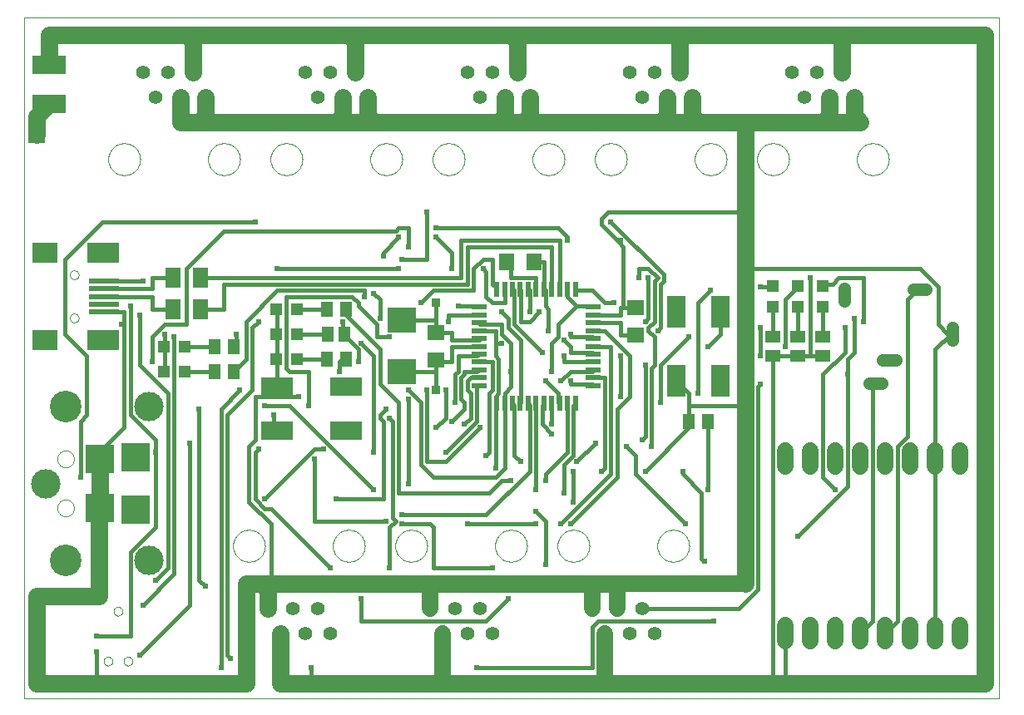
<source format=gtl>
G75*
%MOIN*%
%OFA0B0*%
%FSLAX24Y24*%
%IPPOS*%
%LPD*%
%AMOC8*
5,1,8,0,0,1.08239X$1,22.5*
%
%ADD10C,0.0000*%
%ADD11C,0.0554*%
%ADD12C,0.1181*%
%ADD13C,0.1266*%
%ADD14R,0.1181X0.1181*%
%ADD15R,0.0472X0.0472*%
%ADD16R,0.0512X0.0591*%
%ADD17R,0.1339X0.0748*%
%ADD18R,0.0709X0.0630*%
%ADD19R,0.0197X0.0591*%
%ADD20R,0.0591X0.0197*%
%ADD21R,0.1250X0.0750*%
%ADD22R,0.0710X0.0630*%
%ADD23R,0.0512X0.0630*%
%ADD24R,0.0630X0.0709*%
%ADD25R,0.1181X0.0984*%
%ADD26R,0.0984X0.0787*%
%ADD27R,0.1299X0.0787*%
%ADD28R,0.1220X0.0197*%
%ADD29R,0.0630X0.0787*%
%ADD30R,0.0591X0.0512*%
%ADD31R,0.0750X0.1250*%
%ADD32C,0.0650*%
%ADD33C,0.0515*%
%ADD34C,0.0700*%
%ADD35C,0.0660*%
%ADD36C,0.0180*%
%ADD37C,0.0240*%
%ADD38C,0.0160*%
%ADD39R,0.0356X0.0356*%
%ADD40R,0.0650X0.0650*%
D10*
X012596Y000100D02*
X012596Y027396D01*
X051666Y027396D01*
X051666Y000100D01*
X012596Y000100D01*
X015771Y001575D02*
X015773Y001601D01*
X015779Y001627D01*
X015788Y001651D01*
X015801Y001674D01*
X015818Y001694D01*
X015837Y001712D01*
X015859Y001727D01*
X015882Y001738D01*
X015907Y001746D01*
X015933Y001750D01*
X015959Y001750D01*
X015985Y001746D01*
X016010Y001738D01*
X016034Y001727D01*
X016055Y001712D01*
X016074Y001694D01*
X016091Y001674D01*
X016104Y001651D01*
X016113Y001627D01*
X016119Y001601D01*
X016121Y001575D01*
X016119Y001549D01*
X016113Y001523D01*
X016104Y001499D01*
X016091Y001476D01*
X016074Y001456D01*
X016055Y001438D01*
X016033Y001423D01*
X016010Y001412D01*
X015985Y001404D01*
X015959Y001400D01*
X015933Y001400D01*
X015907Y001404D01*
X015882Y001412D01*
X015858Y001423D01*
X015837Y001438D01*
X015818Y001456D01*
X015801Y001476D01*
X015788Y001499D01*
X015779Y001523D01*
X015773Y001549D01*
X015771Y001575D01*
X016571Y001575D02*
X016573Y001601D01*
X016579Y001627D01*
X016588Y001651D01*
X016601Y001674D01*
X016618Y001694D01*
X016637Y001712D01*
X016659Y001727D01*
X016682Y001738D01*
X016707Y001746D01*
X016733Y001750D01*
X016759Y001750D01*
X016785Y001746D01*
X016810Y001738D01*
X016834Y001727D01*
X016855Y001712D01*
X016874Y001694D01*
X016891Y001674D01*
X016904Y001651D01*
X016913Y001627D01*
X016919Y001601D01*
X016921Y001575D01*
X016919Y001549D01*
X016913Y001523D01*
X016904Y001499D01*
X016891Y001476D01*
X016874Y001456D01*
X016855Y001438D01*
X016833Y001423D01*
X016810Y001412D01*
X016785Y001404D01*
X016759Y001400D01*
X016733Y001400D01*
X016707Y001404D01*
X016682Y001412D01*
X016658Y001423D01*
X016637Y001438D01*
X016618Y001456D01*
X016601Y001476D01*
X016588Y001499D01*
X016579Y001523D01*
X016573Y001549D01*
X016571Y001575D01*
X016171Y003575D02*
X016173Y003601D01*
X016179Y003627D01*
X016188Y003651D01*
X016201Y003674D01*
X016218Y003694D01*
X016237Y003712D01*
X016259Y003727D01*
X016282Y003738D01*
X016307Y003746D01*
X016333Y003750D01*
X016359Y003750D01*
X016385Y003746D01*
X016410Y003738D01*
X016434Y003727D01*
X016455Y003712D01*
X016474Y003694D01*
X016491Y003674D01*
X016504Y003651D01*
X016513Y003627D01*
X016519Y003601D01*
X016521Y003575D01*
X016519Y003549D01*
X016513Y003523D01*
X016504Y003499D01*
X016491Y003476D01*
X016474Y003456D01*
X016455Y003438D01*
X016433Y003423D01*
X016410Y003412D01*
X016385Y003404D01*
X016359Y003400D01*
X016333Y003400D01*
X016307Y003404D01*
X016282Y003412D01*
X016258Y003423D01*
X016237Y003438D01*
X016218Y003456D01*
X016201Y003476D01*
X016188Y003499D01*
X016179Y003523D01*
X016173Y003549D01*
X016171Y003575D01*
X020956Y006200D02*
X020958Y006250D01*
X020964Y006300D01*
X020974Y006349D01*
X020987Y006398D01*
X021005Y006445D01*
X021026Y006491D01*
X021050Y006534D01*
X021078Y006576D01*
X021109Y006616D01*
X021143Y006653D01*
X021180Y006687D01*
X021220Y006718D01*
X021262Y006746D01*
X021305Y006770D01*
X021351Y006791D01*
X021398Y006809D01*
X021447Y006822D01*
X021496Y006832D01*
X021546Y006838D01*
X021596Y006840D01*
X021646Y006838D01*
X021696Y006832D01*
X021745Y006822D01*
X021794Y006809D01*
X021841Y006791D01*
X021887Y006770D01*
X021930Y006746D01*
X021972Y006718D01*
X022012Y006687D01*
X022049Y006653D01*
X022083Y006616D01*
X022114Y006576D01*
X022142Y006534D01*
X022166Y006491D01*
X022187Y006445D01*
X022205Y006398D01*
X022218Y006349D01*
X022228Y006300D01*
X022234Y006250D01*
X022236Y006200D01*
X022234Y006150D01*
X022228Y006100D01*
X022218Y006051D01*
X022205Y006002D01*
X022187Y005955D01*
X022166Y005909D01*
X022142Y005866D01*
X022114Y005824D01*
X022083Y005784D01*
X022049Y005747D01*
X022012Y005713D01*
X021972Y005682D01*
X021930Y005654D01*
X021887Y005630D01*
X021841Y005609D01*
X021794Y005591D01*
X021745Y005578D01*
X021696Y005568D01*
X021646Y005562D01*
X021596Y005560D01*
X021546Y005562D01*
X021496Y005568D01*
X021447Y005578D01*
X021398Y005591D01*
X021351Y005609D01*
X021305Y005630D01*
X021262Y005654D01*
X021220Y005682D01*
X021180Y005713D01*
X021143Y005747D01*
X021109Y005784D01*
X021078Y005824D01*
X021050Y005866D01*
X021026Y005909D01*
X021005Y005955D01*
X020987Y006002D01*
X020974Y006051D01*
X020964Y006100D01*
X020958Y006150D01*
X020956Y006200D01*
X024956Y006200D02*
X024958Y006250D01*
X024964Y006300D01*
X024974Y006349D01*
X024987Y006398D01*
X025005Y006445D01*
X025026Y006491D01*
X025050Y006534D01*
X025078Y006576D01*
X025109Y006616D01*
X025143Y006653D01*
X025180Y006687D01*
X025220Y006718D01*
X025262Y006746D01*
X025305Y006770D01*
X025351Y006791D01*
X025398Y006809D01*
X025447Y006822D01*
X025496Y006832D01*
X025546Y006838D01*
X025596Y006840D01*
X025646Y006838D01*
X025696Y006832D01*
X025745Y006822D01*
X025794Y006809D01*
X025841Y006791D01*
X025887Y006770D01*
X025930Y006746D01*
X025972Y006718D01*
X026012Y006687D01*
X026049Y006653D01*
X026083Y006616D01*
X026114Y006576D01*
X026142Y006534D01*
X026166Y006491D01*
X026187Y006445D01*
X026205Y006398D01*
X026218Y006349D01*
X026228Y006300D01*
X026234Y006250D01*
X026236Y006200D01*
X026234Y006150D01*
X026228Y006100D01*
X026218Y006051D01*
X026205Y006002D01*
X026187Y005955D01*
X026166Y005909D01*
X026142Y005866D01*
X026114Y005824D01*
X026083Y005784D01*
X026049Y005747D01*
X026012Y005713D01*
X025972Y005682D01*
X025930Y005654D01*
X025887Y005630D01*
X025841Y005609D01*
X025794Y005591D01*
X025745Y005578D01*
X025696Y005568D01*
X025646Y005562D01*
X025596Y005560D01*
X025546Y005562D01*
X025496Y005568D01*
X025447Y005578D01*
X025398Y005591D01*
X025351Y005609D01*
X025305Y005630D01*
X025262Y005654D01*
X025220Y005682D01*
X025180Y005713D01*
X025143Y005747D01*
X025109Y005784D01*
X025078Y005824D01*
X025050Y005866D01*
X025026Y005909D01*
X025005Y005955D01*
X024987Y006002D01*
X024974Y006051D01*
X024964Y006100D01*
X024958Y006150D01*
X024956Y006200D01*
X027456Y006200D02*
X027458Y006250D01*
X027464Y006300D01*
X027474Y006349D01*
X027487Y006398D01*
X027505Y006445D01*
X027526Y006491D01*
X027550Y006534D01*
X027578Y006576D01*
X027609Y006616D01*
X027643Y006653D01*
X027680Y006687D01*
X027720Y006718D01*
X027762Y006746D01*
X027805Y006770D01*
X027851Y006791D01*
X027898Y006809D01*
X027947Y006822D01*
X027996Y006832D01*
X028046Y006838D01*
X028096Y006840D01*
X028146Y006838D01*
X028196Y006832D01*
X028245Y006822D01*
X028294Y006809D01*
X028341Y006791D01*
X028387Y006770D01*
X028430Y006746D01*
X028472Y006718D01*
X028512Y006687D01*
X028549Y006653D01*
X028583Y006616D01*
X028614Y006576D01*
X028642Y006534D01*
X028666Y006491D01*
X028687Y006445D01*
X028705Y006398D01*
X028718Y006349D01*
X028728Y006300D01*
X028734Y006250D01*
X028736Y006200D01*
X028734Y006150D01*
X028728Y006100D01*
X028718Y006051D01*
X028705Y006002D01*
X028687Y005955D01*
X028666Y005909D01*
X028642Y005866D01*
X028614Y005824D01*
X028583Y005784D01*
X028549Y005747D01*
X028512Y005713D01*
X028472Y005682D01*
X028430Y005654D01*
X028387Y005630D01*
X028341Y005609D01*
X028294Y005591D01*
X028245Y005578D01*
X028196Y005568D01*
X028146Y005562D01*
X028096Y005560D01*
X028046Y005562D01*
X027996Y005568D01*
X027947Y005578D01*
X027898Y005591D01*
X027851Y005609D01*
X027805Y005630D01*
X027762Y005654D01*
X027720Y005682D01*
X027680Y005713D01*
X027643Y005747D01*
X027609Y005784D01*
X027578Y005824D01*
X027550Y005866D01*
X027526Y005909D01*
X027505Y005955D01*
X027487Y006002D01*
X027474Y006051D01*
X027464Y006100D01*
X027458Y006150D01*
X027456Y006200D01*
X031456Y006200D02*
X031458Y006250D01*
X031464Y006300D01*
X031474Y006349D01*
X031487Y006398D01*
X031505Y006445D01*
X031526Y006491D01*
X031550Y006534D01*
X031578Y006576D01*
X031609Y006616D01*
X031643Y006653D01*
X031680Y006687D01*
X031720Y006718D01*
X031762Y006746D01*
X031805Y006770D01*
X031851Y006791D01*
X031898Y006809D01*
X031947Y006822D01*
X031996Y006832D01*
X032046Y006838D01*
X032096Y006840D01*
X032146Y006838D01*
X032196Y006832D01*
X032245Y006822D01*
X032294Y006809D01*
X032341Y006791D01*
X032387Y006770D01*
X032430Y006746D01*
X032472Y006718D01*
X032512Y006687D01*
X032549Y006653D01*
X032583Y006616D01*
X032614Y006576D01*
X032642Y006534D01*
X032666Y006491D01*
X032687Y006445D01*
X032705Y006398D01*
X032718Y006349D01*
X032728Y006300D01*
X032734Y006250D01*
X032736Y006200D01*
X032734Y006150D01*
X032728Y006100D01*
X032718Y006051D01*
X032705Y006002D01*
X032687Y005955D01*
X032666Y005909D01*
X032642Y005866D01*
X032614Y005824D01*
X032583Y005784D01*
X032549Y005747D01*
X032512Y005713D01*
X032472Y005682D01*
X032430Y005654D01*
X032387Y005630D01*
X032341Y005609D01*
X032294Y005591D01*
X032245Y005578D01*
X032196Y005568D01*
X032146Y005562D01*
X032096Y005560D01*
X032046Y005562D01*
X031996Y005568D01*
X031947Y005578D01*
X031898Y005591D01*
X031851Y005609D01*
X031805Y005630D01*
X031762Y005654D01*
X031720Y005682D01*
X031680Y005713D01*
X031643Y005747D01*
X031609Y005784D01*
X031578Y005824D01*
X031550Y005866D01*
X031526Y005909D01*
X031505Y005955D01*
X031487Y006002D01*
X031474Y006051D01*
X031464Y006100D01*
X031458Y006150D01*
X031456Y006200D01*
X033956Y006200D02*
X033958Y006250D01*
X033964Y006300D01*
X033974Y006349D01*
X033987Y006398D01*
X034005Y006445D01*
X034026Y006491D01*
X034050Y006534D01*
X034078Y006576D01*
X034109Y006616D01*
X034143Y006653D01*
X034180Y006687D01*
X034220Y006718D01*
X034262Y006746D01*
X034305Y006770D01*
X034351Y006791D01*
X034398Y006809D01*
X034447Y006822D01*
X034496Y006832D01*
X034546Y006838D01*
X034596Y006840D01*
X034646Y006838D01*
X034696Y006832D01*
X034745Y006822D01*
X034794Y006809D01*
X034841Y006791D01*
X034887Y006770D01*
X034930Y006746D01*
X034972Y006718D01*
X035012Y006687D01*
X035049Y006653D01*
X035083Y006616D01*
X035114Y006576D01*
X035142Y006534D01*
X035166Y006491D01*
X035187Y006445D01*
X035205Y006398D01*
X035218Y006349D01*
X035228Y006300D01*
X035234Y006250D01*
X035236Y006200D01*
X035234Y006150D01*
X035228Y006100D01*
X035218Y006051D01*
X035205Y006002D01*
X035187Y005955D01*
X035166Y005909D01*
X035142Y005866D01*
X035114Y005824D01*
X035083Y005784D01*
X035049Y005747D01*
X035012Y005713D01*
X034972Y005682D01*
X034930Y005654D01*
X034887Y005630D01*
X034841Y005609D01*
X034794Y005591D01*
X034745Y005578D01*
X034696Y005568D01*
X034646Y005562D01*
X034596Y005560D01*
X034546Y005562D01*
X034496Y005568D01*
X034447Y005578D01*
X034398Y005591D01*
X034351Y005609D01*
X034305Y005630D01*
X034262Y005654D01*
X034220Y005682D01*
X034180Y005713D01*
X034143Y005747D01*
X034109Y005784D01*
X034078Y005824D01*
X034050Y005866D01*
X034026Y005909D01*
X034005Y005955D01*
X033987Y006002D01*
X033974Y006051D01*
X033964Y006100D01*
X033958Y006150D01*
X033956Y006200D01*
X037956Y006200D02*
X037958Y006250D01*
X037964Y006300D01*
X037974Y006349D01*
X037987Y006398D01*
X038005Y006445D01*
X038026Y006491D01*
X038050Y006534D01*
X038078Y006576D01*
X038109Y006616D01*
X038143Y006653D01*
X038180Y006687D01*
X038220Y006718D01*
X038262Y006746D01*
X038305Y006770D01*
X038351Y006791D01*
X038398Y006809D01*
X038447Y006822D01*
X038496Y006832D01*
X038546Y006838D01*
X038596Y006840D01*
X038646Y006838D01*
X038696Y006832D01*
X038745Y006822D01*
X038794Y006809D01*
X038841Y006791D01*
X038887Y006770D01*
X038930Y006746D01*
X038972Y006718D01*
X039012Y006687D01*
X039049Y006653D01*
X039083Y006616D01*
X039114Y006576D01*
X039142Y006534D01*
X039166Y006491D01*
X039187Y006445D01*
X039205Y006398D01*
X039218Y006349D01*
X039228Y006300D01*
X039234Y006250D01*
X039236Y006200D01*
X039234Y006150D01*
X039228Y006100D01*
X039218Y006051D01*
X039205Y006002D01*
X039187Y005955D01*
X039166Y005909D01*
X039142Y005866D01*
X039114Y005824D01*
X039083Y005784D01*
X039049Y005747D01*
X039012Y005713D01*
X038972Y005682D01*
X038930Y005654D01*
X038887Y005630D01*
X038841Y005609D01*
X038794Y005591D01*
X038745Y005578D01*
X038696Y005568D01*
X038646Y005562D01*
X038596Y005560D01*
X038546Y005562D01*
X038496Y005568D01*
X038447Y005578D01*
X038398Y005591D01*
X038351Y005609D01*
X038305Y005630D01*
X038262Y005654D01*
X038220Y005682D01*
X038180Y005713D01*
X038143Y005747D01*
X038109Y005784D01*
X038078Y005824D01*
X038050Y005866D01*
X038026Y005909D01*
X038005Y005955D01*
X037987Y006002D01*
X037974Y006051D01*
X037964Y006100D01*
X037958Y006150D01*
X037956Y006200D01*
X014419Y015334D02*
X014421Y015360D01*
X014427Y015386D01*
X014437Y015411D01*
X014450Y015434D01*
X014466Y015454D01*
X014486Y015472D01*
X014508Y015487D01*
X014531Y015499D01*
X014557Y015507D01*
X014583Y015511D01*
X014609Y015511D01*
X014635Y015507D01*
X014661Y015499D01*
X014685Y015487D01*
X014706Y015472D01*
X014726Y015454D01*
X014742Y015434D01*
X014755Y015411D01*
X014765Y015386D01*
X014771Y015360D01*
X014773Y015334D01*
X014771Y015308D01*
X014765Y015282D01*
X014755Y015257D01*
X014742Y015234D01*
X014726Y015214D01*
X014706Y015196D01*
X014684Y015181D01*
X014661Y015169D01*
X014635Y015161D01*
X014609Y015157D01*
X014583Y015157D01*
X014557Y015161D01*
X014531Y015169D01*
X014507Y015181D01*
X014486Y015196D01*
X014466Y015214D01*
X014450Y015234D01*
X014437Y015257D01*
X014427Y015282D01*
X014421Y015308D01*
X014419Y015334D01*
X014419Y017066D02*
X014421Y017092D01*
X014427Y017118D01*
X014437Y017143D01*
X014450Y017166D01*
X014466Y017186D01*
X014486Y017204D01*
X014508Y017219D01*
X014531Y017231D01*
X014557Y017239D01*
X014583Y017243D01*
X014609Y017243D01*
X014635Y017239D01*
X014661Y017231D01*
X014685Y017219D01*
X014706Y017204D01*
X014726Y017186D01*
X014742Y017166D01*
X014755Y017143D01*
X014765Y017118D01*
X014771Y017092D01*
X014773Y017066D01*
X014771Y017040D01*
X014765Y017014D01*
X014755Y016989D01*
X014742Y016966D01*
X014726Y016946D01*
X014706Y016928D01*
X014684Y016913D01*
X014661Y016901D01*
X014635Y016893D01*
X014609Y016889D01*
X014583Y016889D01*
X014557Y016893D01*
X014531Y016901D01*
X014507Y016913D01*
X014486Y016928D01*
X014466Y016946D01*
X014450Y016966D01*
X014437Y016989D01*
X014427Y017014D01*
X014421Y017040D01*
X014419Y017066D01*
X015956Y021700D02*
X015958Y021750D01*
X015964Y021800D01*
X015974Y021849D01*
X015987Y021898D01*
X016005Y021945D01*
X016026Y021991D01*
X016050Y022034D01*
X016078Y022076D01*
X016109Y022116D01*
X016143Y022153D01*
X016180Y022187D01*
X016220Y022218D01*
X016262Y022246D01*
X016305Y022270D01*
X016351Y022291D01*
X016398Y022309D01*
X016447Y022322D01*
X016496Y022332D01*
X016546Y022338D01*
X016596Y022340D01*
X016646Y022338D01*
X016696Y022332D01*
X016745Y022322D01*
X016794Y022309D01*
X016841Y022291D01*
X016887Y022270D01*
X016930Y022246D01*
X016972Y022218D01*
X017012Y022187D01*
X017049Y022153D01*
X017083Y022116D01*
X017114Y022076D01*
X017142Y022034D01*
X017166Y021991D01*
X017187Y021945D01*
X017205Y021898D01*
X017218Y021849D01*
X017228Y021800D01*
X017234Y021750D01*
X017236Y021700D01*
X017234Y021650D01*
X017228Y021600D01*
X017218Y021551D01*
X017205Y021502D01*
X017187Y021455D01*
X017166Y021409D01*
X017142Y021366D01*
X017114Y021324D01*
X017083Y021284D01*
X017049Y021247D01*
X017012Y021213D01*
X016972Y021182D01*
X016930Y021154D01*
X016887Y021130D01*
X016841Y021109D01*
X016794Y021091D01*
X016745Y021078D01*
X016696Y021068D01*
X016646Y021062D01*
X016596Y021060D01*
X016546Y021062D01*
X016496Y021068D01*
X016447Y021078D01*
X016398Y021091D01*
X016351Y021109D01*
X016305Y021130D01*
X016262Y021154D01*
X016220Y021182D01*
X016180Y021213D01*
X016143Y021247D01*
X016109Y021284D01*
X016078Y021324D01*
X016050Y021366D01*
X016026Y021409D01*
X016005Y021455D01*
X015987Y021502D01*
X015974Y021551D01*
X015964Y021600D01*
X015958Y021650D01*
X015956Y021700D01*
X019956Y021700D02*
X019958Y021750D01*
X019964Y021800D01*
X019974Y021849D01*
X019987Y021898D01*
X020005Y021945D01*
X020026Y021991D01*
X020050Y022034D01*
X020078Y022076D01*
X020109Y022116D01*
X020143Y022153D01*
X020180Y022187D01*
X020220Y022218D01*
X020262Y022246D01*
X020305Y022270D01*
X020351Y022291D01*
X020398Y022309D01*
X020447Y022322D01*
X020496Y022332D01*
X020546Y022338D01*
X020596Y022340D01*
X020646Y022338D01*
X020696Y022332D01*
X020745Y022322D01*
X020794Y022309D01*
X020841Y022291D01*
X020887Y022270D01*
X020930Y022246D01*
X020972Y022218D01*
X021012Y022187D01*
X021049Y022153D01*
X021083Y022116D01*
X021114Y022076D01*
X021142Y022034D01*
X021166Y021991D01*
X021187Y021945D01*
X021205Y021898D01*
X021218Y021849D01*
X021228Y021800D01*
X021234Y021750D01*
X021236Y021700D01*
X021234Y021650D01*
X021228Y021600D01*
X021218Y021551D01*
X021205Y021502D01*
X021187Y021455D01*
X021166Y021409D01*
X021142Y021366D01*
X021114Y021324D01*
X021083Y021284D01*
X021049Y021247D01*
X021012Y021213D01*
X020972Y021182D01*
X020930Y021154D01*
X020887Y021130D01*
X020841Y021109D01*
X020794Y021091D01*
X020745Y021078D01*
X020696Y021068D01*
X020646Y021062D01*
X020596Y021060D01*
X020546Y021062D01*
X020496Y021068D01*
X020447Y021078D01*
X020398Y021091D01*
X020351Y021109D01*
X020305Y021130D01*
X020262Y021154D01*
X020220Y021182D01*
X020180Y021213D01*
X020143Y021247D01*
X020109Y021284D01*
X020078Y021324D01*
X020050Y021366D01*
X020026Y021409D01*
X020005Y021455D01*
X019987Y021502D01*
X019974Y021551D01*
X019964Y021600D01*
X019958Y021650D01*
X019956Y021700D01*
X022456Y021700D02*
X022458Y021750D01*
X022464Y021800D01*
X022474Y021849D01*
X022487Y021898D01*
X022505Y021945D01*
X022526Y021991D01*
X022550Y022034D01*
X022578Y022076D01*
X022609Y022116D01*
X022643Y022153D01*
X022680Y022187D01*
X022720Y022218D01*
X022762Y022246D01*
X022805Y022270D01*
X022851Y022291D01*
X022898Y022309D01*
X022947Y022322D01*
X022996Y022332D01*
X023046Y022338D01*
X023096Y022340D01*
X023146Y022338D01*
X023196Y022332D01*
X023245Y022322D01*
X023294Y022309D01*
X023341Y022291D01*
X023387Y022270D01*
X023430Y022246D01*
X023472Y022218D01*
X023512Y022187D01*
X023549Y022153D01*
X023583Y022116D01*
X023614Y022076D01*
X023642Y022034D01*
X023666Y021991D01*
X023687Y021945D01*
X023705Y021898D01*
X023718Y021849D01*
X023728Y021800D01*
X023734Y021750D01*
X023736Y021700D01*
X023734Y021650D01*
X023728Y021600D01*
X023718Y021551D01*
X023705Y021502D01*
X023687Y021455D01*
X023666Y021409D01*
X023642Y021366D01*
X023614Y021324D01*
X023583Y021284D01*
X023549Y021247D01*
X023512Y021213D01*
X023472Y021182D01*
X023430Y021154D01*
X023387Y021130D01*
X023341Y021109D01*
X023294Y021091D01*
X023245Y021078D01*
X023196Y021068D01*
X023146Y021062D01*
X023096Y021060D01*
X023046Y021062D01*
X022996Y021068D01*
X022947Y021078D01*
X022898Y021091D01*
X022851Y021109D01*
X022805Y021130D01*
X022762Y021154D01*
X022720Y021182D01*
X022680Y021213D01*
X022643Y021247D01*
X022609Y021284D01*
X022578Y021324D01*
X022550Y021366D01*
X022526Y021409D01*
X022505Y021455D01*
X022487Y021502D01*
X022474Y021551D01*
X022464Y021600D01*
X022458Y021650D01*
X022456Y021700D01*
X026456Y021700D02*
X026458Y021750D01*
X026464Y021800D01*
X026474Y021849D01*
X026487Y021898D01*
X026505Y021945D01*
X026526Y021991D01*
X026550Y022034D01*
X026578Y022076D01*
X026609Y022116D01*
X026643Y022153D01*
X026680Y022187D01*
X026720Y022218D01*
X026762Y022246D01*
X026805Y022270D01*
X026851Y022291D01*
X026898Y022309D01*
X026947Y022322D01*
X026996Y022332D01*
X027046Y022338D01*
X027096Y022340D01*
X027146Y022338D01*
X027196Y022332D01*
X027245Y022322D01*
X027294Y022309D01*
X027341Y022291D01*
X027387Y022270D01*
X027430Y022246D01*
X027472Y022218D01*
X027512Y022187D01*
X027549Y022153D01*
X027583Y022116D01*
X027614Y022076D01*
X027642Y022034D01*
X027666Y021991D01*
X027687Y021945D01*
X027705Y021898D01*
X027718Y021849D01*
X027728Y021800D01*
X027734Y021750D01*
X027736Y021700D01*
X027734Y021650D01*
X027728Y021600D01*
X027718Y021551D01*
X027705Y021502D01*
X027687Y021455D01*
X027666Y021409D01*
X027642Y021366D01*
X027614Y021324D01*
X027583Y021284D01*
X027549Y021247D01*
X027512Y021213D01*
X027472Y021182D01*
X027430Y021154D01*
X027387Y021130D01*
X027341Y021109D01*
X027294Y021091D01*
X027245Y021078D01*
X027196Y021068D01*
X027146Y021062D01*
X027096Y021060D01*
X027046Y021062D01*
X026996Y021068D01*
X026947Y021078D01*
X026898Y021091D01*
X026851Y021109D01*
X026805Y021130D01*
X026762Y021154D01*
X026720Y021182D01*
X026680Y021213D01*
X026643Y021247D01*
X026609Y021284D01*
X026578Y021324D01*
X026550Y021366D01*
X026526Y021409D01*
X026505Y021455D01*
X026487Y021502D01*
X026474Y021551D01*
X026464Y021600D01*
X026458Y021650D01*
X026456Y021700D01*
X028956Y021700D02*
X028958Y021750D01*
X028964Y021800D01*
X028974Y021849D01*
X028987Y021898D01*
X029005Y021945D01*
X029026Y021991D01*
X029050Y022034D01*
X029078Y022076D01*
X029109Y022116D01*
X029143Y022153D01*
X029180Y022187D01*
X029220Y022218D01*
X029262Y022246D01*
X029305Y022270D01*
X029351Y022291D01*
X029398Y022309D01*
X029447Y022322D01*
X029496Y022332D01*
X029546Y022338D01*
X029596Y022340D01*
X029646Y022338D01*
X029696Y022332D01*
X029745Y022322D01*
X029794Y022309D01*
X029841Y022291D01*
X029887Y022270D01*
X029930Y022246D01*
X029972Y022218D01*
X030012Y022187D01*
X030049Y022153D01*
X030083Y022116D01*
X030114Y022076D01*
X030142Y022034D01*
X030166Y021991D01*
X030187Y021945D01*
X030205Y021898D01*
X030218Y021849D01*
X030228Y021800D01*
X030234Y021750D01*
X030236Y021700D01*
X030234Y021650D01*
X030228Y021600D01*
X030218Y021551D01*
X030205Y021502D01*
X030187Y021455D01*
X030166Y021409D01*
X030142Y021366D01*
X030114Y021324D01*
X030083Y021284D01*
X030049Y021247D01*
X030012Y021213D01*
X029972Y021182D01*
X029930Y021154D01*
X029887Y021130D01*
X029841Y021109D01*
X029794Y021091D01*
X029745Y021078D01*
X029696Y021068D01*
X029646Y021062D01*
X029596Y021060D01*
X029546Y021062D01*
X029496Y021068D01*
X029447Y021078D01*
X029398Y021091D01*
X029351Y021109D01*
X029305Y021130D01*
X029262Y021154D01*
X029220Y021182D01*
X029180Y021213D01*
X029143Y021247D01*
X029109Y021284D01*
X029078Y021324D01*
X029050Y021366D01*
X029026Y021409D01*
X029005Y021455D01*
X028987Y021502D01*
X028974Y021551D01*
X028964Y021600D01*
X028958Y021650D01*
X028956Y021700D01*
X032956Y021700D02*
X032958Y021750D01*
X032964Y021800D01*
X032974Y021849D01*
X032987Y021898D01*
X033005Y021945D01*
X033026Y021991D01*
X033050Y022034D01*
X033078Y022076D01*
X033109Y022116D01*
X033143Y022153D01*
X033180Y022187D01*
X033220Y022218D01*
X033262Y022246D01*
X033305Y022270D01*
X033351Y022291D01*
X033398Y022309D01*
X033447Y022322D01*
X033496Y022332D01*
X033546Y022338D01*
X033596Y022340D01*
X033646Y022338D01*
X033696Y022332D01*
X033745Y022322D01*
X033794Y022309D01*
X033841Y022291D01*
X033887Y022270D01*
X033930Y022246D01*
X033972Y022218D01*
X034012Y022187D01*
X034049Y022153D01*
X034083Y022116D01*
X034114Y022076D01*
X034142Y022034D01*
X034166Y021991D01*
X034187Y021945D01*
X034205Y021898D01*
X034218Y021849D01*
X034228Y021800D01*
X034234Y021750D01*
X034236Y021700D01*
X034234Y021650D01*
X034228Y021600D01*
X034218Y021551D01*
X034205Y021502D01*
X034187Y021455D01*
X034166Y021409D01*
X034142Y021366D01*
X034114Y021324D01*
X034083Y021284D01*
X034049Y021247D01*
X034012Y021213D01*
X033972Y021182D01*
X033930Y021154D01*
X033887Y021130D01*
X033841Y021109D01*
X033794Y021091D01*
X033745Y021078D01*
X033696Y021068D01*
X033646Y021062D01*
X033596Y021060D01*
X033546Y021062D01*
X033496Y021068D01*
X033447Y021078D01*
X033398Y021091D01*
X033351Y021109D01*
X033305Y021130D01*
X033262Y021154D01*
X033220Y021182D01*
X033180Y021213D01*
X033143Y021247D01*
X033109Y021284D01*
X033078Y021324D01*
X033050Y021366D01*
X033026Y021409D01*
X033005Y021455D01*
X032987Y021502D01*
X032974Y021551D01*
X032964Y021600D01*
X032958Y021650D01*
X032956Y021700D01*
X035456Y021700D02*
X035458Y021750D01*
X035464Y021800D01*
X035474Y021849D01*
X035487Y021898D01*
X035505Y021945D01*
X035526Y021991D01*
X035550Y022034D01*
X035578Y022076D01*
X035609Y022116D01*
X035643Y022153D01*
X035680Y022187D01*
X035720Y022218D01*
X035762Y022246D01*
X035805Y022270D01*
X035851Y022291D01*
X035898Y022309D01*
X035947Y022322D01*
X035996Y022332D01*
X036046Y022338D01*
X036096Y022340D01*
X036146Y022338D01*
X036196Y022332D01*
X036245Y022322D01*
X036294Y022309D01*
X036341Y022291D01*
X036387Y022270D01*
X036430Y022246D01*
X036472Y022218D01*
X036512Y022187D01*
X036549Y022153D01*
X036583Y022116D01*
X036614Y022076D01*
X036642Y022034D01*
X036666Y021991D01*
X036687Y021945D01*
X036705Y021898D01*
X036718Y021849D01*
X036728Y021800D01*
X036734Y021750D01*
X036736Y021700D01*
X036734Y021650D01*
X036728Y021600D01*
X036718Y021551D01*
X036705Y021502D01*
X036687Y021455D01*
X036666Y021409D01*
X036642Y021366D01*
X036614Y021324D01*
X036583Y021284D01*
X036549Y021247D01*
X036512Y021213D01*
X036472Y021182D01*
X036430Y021154D01*
X036387Y021130D01*
X036341Y021109D01*
X036294Y021091D01*
X036245Y021078D01*
X036196Y021068D01*
X036146Y021062D01*
X036096Y021060D01*
X036046Y021062D01*
X035996Y021068D01*
X035947Y021078D01*
X035898Y021091D01*
X035851Y021109D01*
X035805Y021130D01*
X035762Y021154D01*
X035720Y021182D01*
X035680Y021213D01*
X035643Y021247D01*
X035609Y021284D01*
X035578Y021324D01*
X035550Y021366D01*
X035526Y021409D01*
X035505Y021455D01*
X035487Y021502D01*
X035474Y021551D01*
X035464Y021600D01*
X035458Y021650D01*
X035456Y021700D01*
X039456Y021700D02*
X039458Y021750D01*
X039464Y021800D01*
X039474Y021849D01*
X039487Y021898D01*
X039505Y021945D01*
X039526Y021991D01*
X039550Y022034D01*
X039578Y022076D01*
X039609Y022116D01*
X039643Y022153D01*
X039680Y022187D01*
X039720Y022218D01*
X039762Y022246D01*
X039805Y022270D01*
X039851Y022291D01*
X039898Y022309D01*
X039947Y022322D01*
X039996Y022332D01*
X040046Y022338D01*
X040096Y022340D01*
X040146Y022338D01*
X040196Y022332D01*
X040245Y022322D01*
X040294Y022309D01*
X040341Y022291D01*
X040387Y022270D01*
X040430Y022246D01*
X040472Y022218D01*
X040512Y022187D01*
X040549Y022153D01*
X040583Y022116D01*
X040614Y022076D01*
X040642Y022034D01*
X040666Y021991D01*
X040687Y021945D01*
X040705Y021898D01*
X040718Y021849D01*
X040728Y021800D01*
X040734Y021750D01*
X040736Y021700D01*
X040734Y021650D01*
X040728Y021600D01*
X040718Y021551D01*
X040705Y021502D01*
X040687Y021455D01*
X040666Y021409D01*
X040642Y021366D01*
X040614Y021324D01*
X040583Y021284D01*
X040549Y021247D01*
X040512Y021213D01*
X040472Y021182D01*
X040430Y021154D01*
X040387Y021130D01*
X040341Y021109D01*
X040294Y021091D01*
X040245Y021078D01*
X040196Y021068D01*
X040146Y021062D01*
X040096Y021060D01*
X040046Y021062D01*
X039996Y021068D01*
X039947Y021078D01*
X039898Y021091D01*
X039851Y021109D01*
X039805Y021130D01*
X039762Y021154D01*
X039720Y021182D01*
X039680Y021213D01*
X039643Y021247D01*
X039609Y021284D01*
X039578Y021324D01*
X039550Y021366D01*
X039526Y021409D01*
X039505Y021455D01*
X039487Y021502D01*
X039474Y021551D01*
X039464Y021600D01*
X039458Y021650D01*
X039456Y021700D01*
X041956Y021700D02*
X041958Y021750D01*
X041964Y021800D01*
X041974Y021849D01*
X041987Y021898D01*
X042005Y021945D01*
X042026Y021991D01*
X042050Y022034D01*
X042078Y022076D01*
X042109Y022116D01*
X042143Y022153D01*
X042180Y022187D01*
X042220Y022218D01*
X042262Y022246D01*
X042305Y022270D01*
X042351Y022291D01*
X042398Y022309D01*
X042447Y022322D01*
X042496Y022332D01*
X042546Y022338D01*
X042596Y022340D01*
X042646Y022338D01*
X042696Y022332D01*
X042745Y022322D01*
X042794Y022309D01*
X042841Y022291D01*
X042887Y022270D01*
X042930Y022246D01*
X042972Y022218D01*
X043012Y022187D01*
X043049Y022153D01*
X043083Y022116D01*
X043114Y022076D01*
X043142Y022034D01*
X043166Y021991D01*
X043187Y021945D01*
X043205Y021898D01*
X043218Y021849D01*
X043228Y021800D01*
X043234Y021750D01*
X043236Y021700D01*
X043234Y021650D01*
X043228Y021600D01*
X043218Y021551D01*
X043205Y021502D01*
X043187Y021455D01*
X043166Y021409D01*
X043142Y021366D01*
X043114Y021324D01*
X043083Y021284D01*
X043049Y021247D01*
X043012Y021213D01*
X042972Y021182D01*
X042930Y021154D01*
X042887Y021130D01*
X042841Y021109D01*
X042794Y021091D01*
X042745Y021078D01*
X042696Y021068D01*
X042646Y021062D01*
X042596Y021060D01*
X042546Y021062D01*
X042496Y021068D01*
X042447Y021078D01*
X042398Y021091D01*
X042351Y021109D01*
X042305Y021130D01*
X042262Y021154D01*
X042220Y021182D01*
X042180Y021213D01*
X042143Y021247D01*
X042109Y021284D01*
X042078Y021324D01*
X042050Y021366D01*
X042026Y021409D01*
X042005Y021455D01*
X041987Y021502D01*
X041974Y021551D01*
X041964Y021600D01*
X041958Y021650D01*
X041956Y021700D01*
X045956Y021700D02*
X045958Y021750D01*
X045964Y021800D01*
X045974Y021849D01*
X045987Y021898D01*
X046005Y021945D01*
X046026Y021991D01*
X046050Y022034D01*
X046078Y022076D01*
X046109Y022116D01*
X046143Y022153D01*
X046180Y022187D01*
X046220Y022218D01*
X046262Y022246D01*
X046305Y022270D01*
X046351Y022291D01*
X046398Y022309D01*
X046447Y022322D01*
X046496Y022332D01*
X046546Y022338D01*
X046596Y022340D01*
X046646Y022338D01*
X046696Y022332D01*
X046745Y022322D01*
X046794Y022309D01*
X046841Y022291D01*
X046887Y022270D01*
X046930Y022246D01*
X046972Y022218D01*
X047012Y022187D01*
X047049Y022153D01*
X047083Y022116D01*
X047114Y022076D01*
X047142Y022034D01*
X047166Y021991D01*
X047187Y021945D01*
X047205Y021898D01*
X047218Y021849D01*
X047228Y021800D01*
X047234Y021750D01*
X047236Y021700D01*
X047234Y021650D01*
X047228Y021600D01*
X047218Y021551D01*
X047205Y021502D01*
X047187Y021455D01*
X047166Y021409D01*
X047142Y021366D01*
X047114Y021324D01*
X047083Y021284D01*
X047049Y021247D01*
X047012Y021213D01*
X046972Y021182D01*
X046930Y021154D01*
X046887Y021130D01*
X046841Y021109D01*
X046794Y021091D01*
X046745Y021078D01*
X046696Y021068D01*
X046646Y021062D01*
X046596Y021060D01*
X046546Y021062D01*
X046496Y021068D01*
X046447Y021078D01*
X046398Y021091D01*
X046351Y021109D01*
X046305Y021130D01*
X046262Y021154D01*
X046220Y021182D01*
X046180Y021213D01*
X046143Y021247D01*
X046109Y021284D01*
X046078Y021324D01*
X046050Y021366D01*
X046026Y021409D01*
X046005Y021455D01*
X045987Y021502D01*
X045974Y021551D01*
X045964Y021600D01*
X045958Y021650D01*
X045956Y021700D01*
X013915Y009684D02*
X013917Y009720D01*
X013923Y009756D01*
X013933Y009791D01*
X013946Y009825D01*
X013963Y009857D01*
X013983Y009887D01*
X014007Y009914D01*
X014033Y009939D01*
X014062Y009961D01*
X014093Y009980D01*
X014126Y009995D01*
X014160Y010007D01*
X014196Y010015D01*
X014232Y010019D01*
X014268Y010019D01*
X014304Y010015D01*
X014340Y010007D01*
X014374Y009995D01*
X014407Y009980D01*
X014438Y009961D01*
X014467Y009939D01*
X014493Y009914D01*
X014517Y009887D01*
X014537Y009857D01*
X014554Y009825D01*
X014567Y009791D01*
X014577Y009756D01*
X014583Y009720D01*
X014585Y009684D01*
X014583Y009648D01*
X014577Y009612D01*
X014567Y009577D01*
X014554Y009543D01*
X014537Y009511D01*
X014517Y009481D01*
X014493Y009454D01*
X014467Y009429D01*
X014438Y009407D01*
X014407Y009388D01*
X014374Y009373D01*
X014340Y009361D01*
X014304Y009353D01*
X014268Y009349D01*
X014232Y009349D01*
X014196Y009353D01*
X014160Y009361D01*
X014126Y009373D01*
X014093Y009388D01*
X014062Y009407D01*
X014033Y009429D01*
X014007Y009454D01*
X013983Y009481D01*
X013963Y009511D01*
X013946Y009543D01*
X013933Y009577D01*
X013923Y009612D01*
X013917Y009648D01*
X013915Y009684D01*
X013915Y007716D02*
X013917Y007752D01*
X013923Y007788D01*
X013933Y007823D01*
X013946Y007857D01*
X013963Y007889D01*
X013983Y007919D01*
X014007Y007946D01*
X014033Y007971D01*
X014062Y007993D01*
X014093Y008012D01*
X014126Y008027D01*
X014160Y008039D01*
X014196Y008047D01*
X014232Y008051D01*
X014268Y008051D01*
X014304Y008047D01*
X014340Y008039D01*
X014374Y008027D01*
X014407Y008012D01*
X014438Y007993D01*
X014467Y007971D01*
X014493Y007946D01*
X014517Y007919D01*
X014537Y007889D01*
X014554Y007857D01*
X014567Y007823D01*
X014577Y007788D01*
X014583Y007752D01*
X014585Y007716D01*
X014583Y007680D01*
X014577Y007644D01*
X014567Y007609D01*
X014554Y007575D01*
X014537Y007543D01*
X014517Y007513D01*
X014493Y007486D01*
X014467Y007461D01*
X014438Y007439D01*
X014407Y007420D01*
X014374Y007405D01*
X014340Y007393D01*
X014304Y007385D01*
X014268Y007381D01*
X014232Y007381D01*
X014196Y007385D01*
X014160Y007393D01*
X014126Y007405D01*
X014093Y007420D01*
X014062Y007439D01*
X014033Y007461D01*
X014007Y007486D01*
X013983Y007513D01*
X013963Y007543D01*
X013946Y007575D01*
X013933Y007609D01*
X013923Y007644D01*
X013917Y007680D01*
X013915Y007716D01*
D11*
X022346Y003700D03*
X023346Y003700D03*
X024346Y003700D03*
X023846Y002700D03*
X022846Y002700D03*
X024846Y002700D03*
X028846Y003700D03*
X029846Y003700D03*
X030846Y003700D03*
X030346Y002700D03*
X029346Y002700D03*
X031346Y002700D03*
X035346Y003700D03*
X036346Y003700D03*
X037346Y003700D03*
X036846Y002700D03*
X035846Y002700D03*
X037846Y002700D03*
X037346Y024200D03*
X038346Y024200D03*
X039346Y024200D03*
X038846Y025200D03*
X037846Y025200D03*
X036846Y025200D03*
X032846Y024200D03*
X031846Y024200D03*
X030846Y024200D03*
X030346Y025200D03*
X031346Y025200D03*
X032346Y025200D03*
X026346Y024200D03*
X025346Y024200D03*
X024346Y024200D03*
X023846Y025200D03*
X024846Y025200D03*
X025846Y025200D03*
X019846Y024200D03*
X018846Y024200D03*
X017846Y024200D03*
X017346Y025200D03*
X018346Y025200D03*
X019346Y025200D03*
X043346Y025200D03*
X044346Y025200D03*
X045346Y025200D03*
X044846Y024200D03*
X043846Y024200D03*
X045846Y024200D03*
D12*
X017596Y011771D03*
X013462Y008700D03*
X017596Y005629D03*
D13*
X014250Y005629D03*
X014250Y011771D03*
D14*
X015628Y009684D03*
X017065Y009763D03*
X017065Y007637D03*
X015628Y007716D03*
D15*
X018183Y013200D03*
X019010Y013200D03*
X019010Y014200D03*
X018183Y014200D03*
X022683Y013700D03*
X023510Y013700D03*
X023510Y014700D03*
X022683Y014700D03*
X022683Y015700D03*
X023510Y015700D03*
X042596Y015787D03*
X042596Y016613D03*
X043596Y016613D03*
X043596Y015787D03*
X044596Y015787D03*
X044596Y016613D03*
D16*
X025470Y015700D03*
X024722Y015700D03*
X024762Y014700D03*
X025431Y014700D03*
X025470Y013700D03*
X024722Y013700D03*
X020970Y013200D03*
X020222Y013200D03*
X020222Y014200D03*
X020970Y014200D03*
D17*
X013596Y023932D03*
X013596Y025468D03*
D18*
X037096Y015751D03*
X037096Y014649D03*
D19*
X034671Y016483D03*
X034356Y016483D03*
X034041Y016483D03*
X033726Y016483D03*
X033411Y016483D03*
X033096Y016483D03*
X032781Y016483D03*
X032466Y016483D03*
X032151Y016483D03*
X031836Y016483D03*
X031522Y016483D03*
X031522Y011917D03*
X031836Y011917D03*
X032151Y011917D03*
X032466Y011917D03*
X032781Y011917D03*
X033096Y011917D03*
X033411Y011917D03*
X033726Y011917D03*
X034041Y011917D03*
X034356Y011917D03*
X034671Y011917D03*
D20*
X035380Y012625D03*
X035380Y012940D03*
X035380Y013255D03*
X035380Y013570D03*
X035380Y013885D03*
X035380Y014200D03*
X035380Y014515D03*
X035380Y014830D03*
X035380Y015145D03*
X035380Y015460D03*
X035380Y015775D03*
X030813Y015775D03*
X030813Y015460D03*
X030813Y015145D03*
X030813Y014830D03*
X030813Y014515D03*
X030813Y014200D03*
X030813Y013885D03*
X030813Y013570D03*
X030813Y013255D03*
X030813Y012940D03*
X030813Y012625D03*
D21*
X025471Y012575D03*
X025471Y010825D03*
X022721Y010825D03*
X022721Y012575D03*
D22*
X029096Y013640D03*
X029096Y014760D03*
D23*
X039222Y011200D03*
X039970Y011200D03*
D24*
X033023Y017575D03*
X031920Y017575D03*
D25*
X027721Y015249D03*
X027721Y013190D03*
D26*
X013415Y014448D03*
X013415Y017952D03*
D27*
X015738Y017952D03*
X015738Y014448D03*
D28*
X015777Y015570D03*
X015777Y015885D03*
X015777Y016200D03*
X015777Y016515D03*
X015777Y016830D03*
D29*
X018545Y016950D03*
X019648Y016950D03*
X019648Y015700D03*
X018545Y015700D03*
D30*
X042596Y014574D03*
X042596Y013826D03*
X043596Y013826D03*
X043596Y014574D03*
X044596Y014574D03*
X044596Y013826D03*
D31*
X040471Y012825D03*
X038721Y012825D03*
X038721Y015575D03*
X040471Y015575D03*
D32*
X043096Y010025D02*
X043096Y009375D01*
X044096Y009375D02*
X044096Y010025D01*
X045096Y010025D02*
X045096Y009375D01*
X046096Y009375D02*
X046096Y010025D01*
X047096Y010025D02*
X047096Y009375D01*
X048096Y009375D02*
X048096Y010025D01*
X049096Y010025D02*
X049096Y009375D01*
X050096Y009375D02*
X050096Y010025D01*
X050096Y003025D02*
X050096Y002375D01*
X049096Y002375D02*
X049096Y003025D01*
X048096Y003025D02*
X048096Y002375D01*
X047096Y002375D02*
X047096Y003025D01*
X046096Y003025D02*
X046096Y002375D01*
X045096Y002375D02*
X045096Y003025D01*
X044096Y003025D02*
X044096Y002375D01*
X043096Y002375D02*
X043096Y003025D01*
D33*
X046441Y012712D02*
X046956Y012712D01*
X046992Y013657D02*
X047507Y013657D01*
X049770Y014443D02*
X049770Y014957D01*
X048728Y016491D02*
X048213Y016491D01*
X045439Y016532D02*
X045439Y016017D01*
D34*
X041471Y017325D02*
X041471Y019575D01*
X041471Y023200D01*
X039596Y023200D01*
X039346Y023450D01*
X039346Y024200D01*
X038346Y024200D02*
X038346Y023450D01*
X038096Y023200D01*
X032596Y023200D01*
X032846Y023450D01*
X032846Y024200D01*
X031846Y024200D02*
X031846Y023450D01*
X031596Y023200D01*
X026596Y023200D01*
X026346Y023450D01*
X026346Y024200D01*
X025346Y024200D02*
X025346Y023450D01*
X025096Y023200D01*
X019596Y023200D01*
X019846Y023450D01*
X019846Y024200D01*
X018846Y024200D02*
X018846Y023200D01*
X019596Y023200D01*
X019346Y025200D02*
X019346Y026450D01*
X019096Y026700D01*
X025596Y026700D01*
X025846Y026450D01*
X025846Y025200D01*
X025596Y026700D02*
X032096Y026700D01*
X032346Y026450D01*
X032346Y025200D01*
X032096Y026700D02*
X039096Y026700D01*
X038846Y026450D01*
X038846Y025200D01*
X039096Y026700D02*
X045596Y026700D01*
X045346Y026450D01*
X045346Y025200D01*
X044846Y024200D02*
X044846Y023450D01*
X044596Y023200D01*
X041471Y023200D01*
X039596Y023200D02*
X038096Y023200D01*
X032596Y023200D02*
X031596Y023200D01*
X026596Y023200D02*
X025096Y023200D01*
X019096Y026700D02*
X013596Y026700D01*
X013596Y025468D01*
X013596Y023932D02*
X013096Y023432D01*
X013096Y022700D01*
X015628Y009684D02*
X015628Y007716D01*
X015596Y007684D01*
X015596Y004200D01*
X013096Y004200D01*
X013096Y000700D01*
X015471Y000700D01*
X021471Y000700D01*
X021471Y004700D01*
X022096Y004700D01*
X022346Y004450D01*
X022346Y003700D01*
X022471Y004700D02*
X028846Y004700D01*
X035346Y004700D01*
X036346Y004700D01*
X041471Y004700D02*
X041471Y011825D01*
X041471Y017325D01*
X044596Y023200D02*
X046096Y023200D01*
X045846Y023450D01*
X045846Y024200D01*
X045596Y026700D02*
X051096Y026700D01*
X051096Y000700D01*
X043096Y000700D01*
X042596Y000700D01*
X035846Y000700D01*
X029346Y000700D01*
X024096Y000700D01*
X022846Y000700D01*
X022846Y002700D01*
X022471Y004700D02*
X022096Y004700D01*
D35*
X028846Y004700D02*
X028846Y003700D01*
X029346Y002700D02*
X029346Y000700D01*
X035346Y003700D02*
X035346Y004700D01*
X036346Y004700D02*
X041471Y004700D01*
X036346Y004700D02*
X036346Y003700D01*
X035846Y002700D02*
X035846Y000700D01*
D36*
X042596Y000700D02*
X042596Y013825D01*
X042596Y013826D01*
X042596Y013825D02*
X043596Y013825D01*
X043596Y013826D01*
X043596Y013825D02*
X044096Y013825D01*
X044096Y016950D01*
X044596Y016700D02*
X044596Y016613D01*
X044596Y016700D02*
X044971Y016700D01*
X045221Y016950D01*
X046221Y016950D01*
X046221Y015200D01*
X044596Y013825D02*
X044596Y013826D01*
X044596Y013825D02*
X044096Y013825D01*
X043096Y014200D02*
X043096Y016075D01*
X043596Y016575D01*
X043596Y016613D01*
X042596Y016575D02*
X042596Y016613D01*
X042596Y016575D02*
X042096Y016575D01*
X041471Y017325D02*
X048471Y017325D01*
X049221Y016575D01*
X049221Y015075D01*
X049596Y014700D01*
X049770Y014700D01*
X049721Y014700D01*
X049096Y014075D01*
X049096Y009700D01*
X049096Y002700D01*
X043096Y002700D02*
X043096Y000700D01*
X037471Y009200D02*
X039221Y010950D01*
X039221Y011200D01*
X039222Y011200D01*
X039221Y011200D02*
X039221Y011825D01*
X041471Y011825D01*
X039596Y012325D02*
X039596Y015950D01*
X040096Y016450D01*
X039221Y014575D02*
X038096Y013450D01*
X038096Y011950D01*
X038721Y012825D02*
X039221Y012325D01*
X039221Y011825D01*
X035846Y012950D02*
X035846Y009325D01*
X035721Y009200D01*
X031471Y009325D02*
X031471Y011825D01*
X031522Y011917D01*
X031471Y011950D01*
X031471Y012200D01*
X031596Y012325D01*
X031596Y013700D01*
X031471Y013825D01*
X031471Y014325D01*
X031721Y014325D01*
X031471Y014325D02*
X031471Y014825D01*
X030846Y014825D01*
X030813Y014830D01*
X033596Y014825D02*
X033596Y015700D01*
X033471Y015825D01*
X033471Y016450D01*
X033411Y016483D01*
X036596Y015751D02*
X036596Y018200D01*
X036409Y018388D01*
X036471Y018450D01*
X036409Y018388D02*
X035721Y019075D01*
X035721Y019325D01*
X035971Y019575D01*
X041471Y019575D01*
X035846Y012950D02*
X035471Y012950D01*
X035380Y012940D01*
X026846Y015325D02*
X026846Y016075D01*
X026596Y016325D01*
X022721Y015700D02*
X022721Y014700D01*
X022683Y014700D01*
X022721Y014700D02*
X022721Y013700D01*
X022683Y013700D01*
X022721Y013700D02*
X022721Y012575D01*
X022721Y012200D01*
X021846Y012200D01*
X021846Y010450D01*
X021596Y010200D01*
X021596Y007950D01*
X022471Y007075D01*
X022471Y004700D01*
X020721Y001825D02*
X020846Y001700D01*
X020721Y001825D02*
X020721Y011450D01*
X021721Y012450D01*
X021721Y014950D01*
X021971Y015200D01*
X022683Y015700D02*
X022721Y015700D01*
X025221Y013575D02*
X025221Y013200D01*
X025221Y013575D02*
X025346Y013700D01*
X025470Y013700D01*
X023596Y012200D02*
X022721Y012200D01*
X021221Y012450D02*
X020471Y011700D01*
X020471Y001325D01*
X024096Y001325D02*
X024096Y000700D01*
X015471Y000700D02*
X015471Y001950D01*
X015628Y009684D02*
X015721Y010075D01*
X016596Y010950D01*
X016596Y015075D01*
X016471Y015075D01*
X016596Y015075D02*
X016596Y015575D01*
X015846Y015575D01*
X015777Y015570D01*
X018221Y014700D02*
X018221Y014200D01*
X018183Y014200D01*
X018221Y014200D02*
X018221Y013200D01*
X018183Y013200D01*
X015716Y010020D02*
X015628Y009684D01*
D37*
X014846Y008950D03*
X017846Y009950D03*
X019221Y010325D03*
X019596Y011700D03*
X021221Y012450D03*
X022221Y011825D03*
X022596Y011450D03*
X023971Y011825D03*
X023596Y012200D03*
X025221Y013200D03*
X025971Y013575D03*
X026096Y014325D03*
X027221Y014575D03*
X026846Y015325D03*
X026596Y016325D03*
X026221Y016200D03*
X025346Y015200D03*
X021971Y015200D03*
X021096Y014700D03*
X018596Y014575D03*
X018221Y014700D03*
X017721Y013575D03*
X016471Y015075D03*
X017221Y015450D03*
X016846Y015825D03*
X017346Y016825D03*
X021846Y019200D03*
X022721Y017325D03*
X026971Y017825D03*
X027721Y017700D03*
X027596Y017325D03*
X027971Y018200D03*
X027596Y018575D03*
X029096Y018575D03*
X029096Y018950D03*
X028721Y019575D03*
X029721Y017325D03*
X030971Y017325D03*
X029971Y015825D03*
X029596Y015200D03*
X028471Y015950D03*
X031721Y015575D03*
X032846Y015575D03*
X033221Y015575D03*
X033596Y014825D03*
X034221Y014450D03*
X034471Y014700D03*
X034221Y013825D03*
X033721Y013200D03*
X033471Y012825D03*
X034096Y012825D03*
X034471Y012825D03*
X033346Y013950D03*
X032096Y013200D03*
X031721Y014325D03*
X029471Y012450D03*
X029846Y011950D03*
X029721Y011200D03*
X030221Y011075D03*
X030846Y010950D03*
X029471Y009950D03*
X031096Y009825D03*
X031471Y009325D03*
X032096Y008825D03*
X033096Y008450D03*
X033471Y008825D03*
X034221Y008325D03*
X034596Y007950D03*
X033096Y007575D03*
X033096Y007075D03*
X034096Y007075D03*
X034471Y007075D03*
X033471Y005450D03*
X031971Y004075D03*
X031346Y005325D03*
X030346Y007075D03*
X027721Y007075D03*
X027721Y007450D03*
X027096Y007200D03*
X025096Y008075D03*
X026596Y008450D03*
X027971Y008700D03*
X026596Y009950D03*
X027221Y011325D03*
X027096Y011700D03*
X027971Y012075D03*
X027971Y012450D03*
X028721Y012450D03*
X029096Y010950D03*
X032471Y009575D03*
X033721Y010700D03*
X033721Y011075D03*
X035471Y010325D03*
X034721Y009575D03*
X034596Y009200D03*
X035721Y009200D03*
X036721Y010200D03*
X037346Y010450D03*
X037721Y010200D03*
X037471Y009200D03*
X038971Y009200D03*
X039971Y008450D03*
X039096Y007075D03*
X039846Y005575D03*
X043596Y006575D03*
X045096Y008450D03*
X039596Y012325D03*
X038096Y011950D03*
X036471Y012200D03*
X037471Y013450D03*
X036471Y013825D03*
X037971Y014825D03*
X037471Y015200D03*
X036221Y015950D03*
X037221Y016950D03*
X037596Y016950D03*
X040096Y016450D03*
X042096Y016575D03*
X044096Y016950D03*
X045846Y015325D03*
X046221Y015200D03*
X045471Y014950D03*
X043096Y014200D03*
X042096Y013825D03*
X042096Y014950D03*
X039971Y014200D03*
X039221Y014575D03*
X042096Y012700D03*
X045596Y013075D03*
X036471Y018450D03*
X036096Y019200D03*
X034346Y018450D03*
X024596Y010075D03*
X024221Y009700D03*
X021971Y010075D03*
X022221Y008075D03*
X024846Y005325D03*
X026096Y004075D03*
X027221Y005325D03*
X020846Y001700D03*
X020471Y001325D03*
X017221Y001825D03*
X015471Y001950D03*
X015471Y002575D03*
X017346Y003825D03*
X017846Y004825D03*
X019846Y004575D03*
X024096Y001325D03*
X030721Y001325D03*
X040221Y003200D03*
D38*
X035596Y003200D01*
X035346Y002950D01*
X035346Y001325D01*
X030721Y001325D01*
X031096Y003200D02*
X026096Y003200D01*
X026096Y004075D01*
X027221Y005325D02*
X027221Y006950D01*
X027471Y007200D01*
X027346Y007325D01*
X027346Y011200D01*
X027221Y011325D01*
X026971Y011200D02*
X026846Y011325D01*
X026846Y011450D01*
X027096Y011700D01*
X026971Y011200D02*
X026971Y008075D01*
X025096Y008075D01*
X024221Y007200D02*
X024221Y009700D01*
X024221Y010075D02*
X024596Y010075D01*
X024221Y010075D02*
X022221Y008075D01*
X021846Y008075D02*
X022221Y007700D01*
X022471Y007700D01*
X024846Y005325D01*
X024221Y007200D02*
X027096Y007200D01*
X027721Y007075D02*
X028846Y007075D01*
X028971Y006950D01*
X028971Y005325D01*
X031346Y005325D01*
X031971Y004075D02*
X031096Y003200D01*
X033471Y005450D02*
X033471Y007200D01*
X033096Y007575D01*
X033096Y007075D02*
X030346Y007075D01*
X031096Y007450D02*
X027721Y007450D01*
X027596Y008325D02*
X027596Y011950D01*
X026846Y012700D01*
X026846Y014075D01*
X025471Y015450D01*
X025471Y015700D01*
X025470Y015700D01*
X025346Y015200D02*
X025346Y014700D01*
X025431Y014700D01*
X025471Y014700D01*
X025471Y014575D01*
X025971Y014075D01*
X025971Y013575D01*
X026596Y013825D02*
X026596Y009950D01*
X028471Y009450D02*
X028971Y008950D01*
X031471Y008950D01*
X031846Y009325D01*
X031846Y011825D01*
X031836Y011917D01*
X031846Y011950D01*
X031846Y012325D01*
X032096Y012575D01*
X032096Y013200D01*
X032096Y014325D01*
X031721Y014700D01*
X031721Y015075D01*
X030846Y015075D01*
X030813Y015145D01*
X030813Y015460D02*
X030721Y015450D01*
X029596Y015450D01*
X029596Y015200D01*
X029096Y015249D02*
X029096Y015950D01*
X028971Y016450D02*
X028471Y015950D01*
X028971Y016450D02*
X030596Y016450D01*
X030596Y017325D01*
X030971Y017700D01*
X031346Y017700D01*
X031346Y016700D01*
X031471Y016575D01*
X031522Y016483D01*
X031836Y016483D02*
X031846Y016450D01*
X031846Y015950D01*
X031346Y015950D01*
X031096Y016200D01*
X031096Y017200D01*
X030971Y017325D01*
X030096Y016950D02*
X030096Y018450D01*
X034041Y018450D01*
X034041Y016483D01*
X034346Y016450D02*
X034356Y016483D01*
X034346Y016450D02*
X034346Y016200D01*
X034721Y015825D01*
X033971Y015075D01*
X033971Y014575D01*
X033721Y014325D01*
X033721Y013200D01*
X033471Y012825D02*
X033971Y012325D01*
X033971Y011950D01*
X034041Y011917D01*
X033726Y011917D02*
X033721Y011825D01*
X033721Y011075D01*
X033346Y011075D02*
X033721Y010700D01*
X033346Y011075D02*
X033346Y011825D01*
X033411Y011917D01*
X033096Y011917D02*
X033096Y008450D01*
X033471Y008825D02*
X033471Y009075D01*
X034346Y009950D01*
X034346Y011825D01*
X034356Y011917D01*
X034596Y011825D02*
X034671Y011917D01*
X034596Y011825D02*
X034596Y009825D01*
X034221Y009450D01*
X034221Y008325D01*
X034596Y007950D02*
X034596Y009200D01*
X034721Y009575D02*
X035471Y010325D01*
X036721Y010200D02*
X037096Y009825D01*
X037096Y009075D01*
X039096Y007075D01*
X039721Y008325D02*
X039721Y005700D01*
X039846Y005575D01*
X041221Y003700D02*
X041971Y004450D01*
X041971Y012575D01*
X042096Y012700D01*
X042096Y013825D02*
X042096Y014950D01*
X042596Y014574D02*
X042596Y015787D01*
X043596Y015787D02*
X043596Y014574D01*
X044596Y014574D02*
X044596Y015787D01*
X045846Y015325D02*
X045846Y013950D01*
X045596Y013700D01*
X045596Y013075D01*
X045596Y008575D01*
X043596Y006575D01*
X045096Y008450D02*
X044596Y008950D01*
X044596Y013075D01*
X045471Y013950D01*
X045471Y014950D01*
X047971Y016075D02*
X048346Y016450D01*
X048470Y016491D01*
X047971Y016075D02*
X047971Y010575D01*
X047596Y010200D01*
X047596Y003200D01*
X047096Y002700D01*
X046596Y003200D02*
X046096Y002700D01*
X046596Y003200D02*
X046596Y012700D01*
X046699Y012712D01*
X040471Y014700D02*
X040471Y015575D01*
X040471Y014700D02*
X039971Y014200D01*
X038096Y014950D02*
X038096Y016700D01*
X038221Y016825D01*
X038221Y017075D01*
X036096Y019200D01*
X034346Y018575D02*
X033971Y018950D01*
X029096Y018950D01*
X029096Y018575D02*
X029721Y017950D01*
X029721Y017325D01*
X030096Y016950D02*
X019648Y016950D01*
X019096Y017325D02*
X020596Y018825D01*
X027471Y018825D01*
X027596Y018950D01*
X027971Y018950D01*
X027971Y018200D01*
X027596Y018575D02*
X026971Y017950D01*
X026971Y017825D01*
X027721Y017700D02*
X028721Y017700D01*
X028721Y019575D01*
X030346Y018200D02*
X033726Y018200D01*
X033726Y016483D01*
X033411Y016483D02*
X033411Y017575D01*
X033023Y017575D01*
X033096Y016950D02*
X032096Y016950D01*
X032096Y017575D01*
X032096Y017700D01*
X032096Y017575D02*
X031920Y017575D01*
X033096Y016950D02*
X033096Y016483D01*
X032846Y016450D02*
X032781Y016483D01*
X032846Y016450D02*
X032846Y015575D01*
X032846Y015200D02*
X032471Y015200D01*
X032471Y016450D01*
X032466Y016483D01*
X032221Y016450D02*
X032151Y016483D01*
X032221Y016450D02*
X032221Y015075D01*
X033346Y013950D01*
X034221Y013825D02*
X034221Y013575D01*
X035346Y013575D01*
X035380Y013570D01*
X035380Y013255D02*
X035346Y013200D01*
X034471Y013200D01*
X034096Y012825D01*
X034471Y012825D02*
X034471Y012700D01*
X035346Y012700D01*
X035380Y012625D01*
X036471Y012200D02*
X036471Y013825D01*
X036846Y013825D02*
X035846Y014825D01*
X035471Y014825D01*
X035380Y014830D01*
X035346Y014575D02*
X035380Y014515D01*
X035346Y014575D02*
X034471Y014575D01*
X034471Y014700D01*
X034221Y014450D02*
X034471Y014200D01*
X034471Y013950D01*
X035346Y013950D01*
X035380Y013885D01*
X035380Y014200D02*
X036096Y014200D01*
X036096Y009075D01*
X034096Y007075D01*
X034471Y007075D02*
X036346Y008950D01*
X036346Y011700D01*
X036846Y012200D01*
X036846Y013825D01*
X037471Y013450D02*
X037471Y010575D01*
X037346Y010450D01*
X037721Y010200D02*
X037721Y013325D01*
X037846Y013450D01*
X037846Y014575D01*
X037596Y014825D01*
X037596Y014950D01*
X037846Y015200D01*
X037846Y016825D01*
X037971Y016950D01*
X037596Y017325D01*
X037221Y017325D01*
X037221Y016950D01*
X037596Y016950D02*
X037596Y015325D01*
X037471Y015200D01*
X037971Y014825D02*
X038096Y014950D01*
X037096Y014649D02*
X036471Y014649D01*
X036471Y015145D01*
X035380Y015145D01*
X035380Y015450D02*
X035380Y015460D01*
X035380Y015450D02*
X036471Y015450D01*
X036471Y015751D01*
X036596Y015751D01*
X037096Y015751D01*
X036221Y015950D02*
X035846Y015950D01*
X035346Y016450D01*
X034721Y016450D01*
X034671Y016483D01*
X034721Y015825D02*
X035346Y015825D01*
X035380Y015775D01*
X033221Y015575D02*
X032846Y015200D01*
X032471Y014450D02*
X031971Y014950D01*
X031971Y015325D01*
X031721Y015575D01*
X030813Y015775D02*
X030721Y015825D01*
X029971Y015825D01*
X030346Y016700D02*
X030346Y018200D01*
X030346Y016700D02*
X020596Y016700D01*
X020596Y015700D01*
X019648Y015700D01*
X019096Y015075D02*
X019096Y017325D01*
X018545Y016950D02*
X017721Y016950D01*
X017721Y016515D01*
X015777Y016515D01*
X015777Y016830D02*
X015846Y016825D01*
X017346Y016825D01*
X017721Y016200D02*
X017721Y015700D01*
X018545Y015700D01*
X018221Y015075D02*
X019096Y015075D01*
X018596Y014575D02*
X018596Y005075D01*
X017346Y003825D01*
X017846Y004825D02*
X018346Y005325D01*
X018346Y012325D01*
X017221Y013450D01*
X017221Y015450D01*
X016846Y015825D02*
X016846Y011450D01*
X017846Y010450D01*
X017846Y009950D01*
X017846Y006950D01*
X016846Y005950D01*
X016846Y002575D01*
X015471Y002575D01*
X017221Y001825D02*
X019221Y003825D01*
X019221Y010325D01*
X019596Y011700D02*
X019596Y004825D01*
X019846Y004575D01*
X021846Y008075D02*
X021846Y009950D01*
X021971Y010075D01*
X022721Y010825D02*
X022596Y010950D01*
X022596Y011450D01*
X022221Y011825D02*
X023221Y011825D01*
X026596Y008450D01*
X027596Y008325D02*
X031221Y008325D01*
X031721Y008825D01*
X032096Y008825D01*
X032846Y009200D02*
X031096Y007450D01*
X027971Y008700D02*
X027971Y012075D01*
X027971Y012450D02*
X028471Y011950D01*
X028471Y009450D01*
X028721Y009575D02*
X028721Y012450D01*
X029096Y012450D02*
X029096Y013190D01*
X029096Y013640D01*
X029096Y013575D01*
X029721Y013575D01*
X029721Y014200D01*
X030813Y014200D01*
X030813Y014450D02*
X030813Y014515D01*
X030813Y014450D02*
X029721Y014450D01*
X029721Y014760D01*
X029096Y014760D01*
X029096Y015249D01*
X027721Y015249D01*
X027221Y014575D02*
X026721Y014575D01*
X026721Y015075D01*
X025971Y015825D01*
X025971Y015950D01*
X025721Y016200D01*
X023096Y016200D01*
X023096Y013325D01*
X023221Y013200D01*
X023971Y013200D01*
X023971Y011825D01*
X023510Y013700D02*
X024722Y013700D01*
X024762Y014700D02*
X023510Y014700D01*
X023510Y015700D02*
X024722Y015700D01*
X026221Y016200D02*
X026221Y016450D01*
X022721Y016450D01*
X021471Y015200D01*
X021471Y013700D01*
X020971Y013200D01*
X020970Y013200D01*
X020222Y013200D02*
X019010Y013200D01*
X017721Y013575D02*
X017721Y014575D01*
X018221Y015075D01*
X019010Y014200D02*
X020222Y014200D01*
X020970Y014200D02*
X020971Y014200D01*
X021096Y014325D01*
X021096Y014700D01*
X017721Y016200D02*
X015777Y016200D01*
X014221Y017700D02*
X015721Y019200D01*
X021846Y019200D01*
X022721Y017325D02*
X027596Y017325D01*
X026096Y014325D02*
X026596Y013825D01*
X027721Y013190D02*
X029096Y013190D01*
X029846Y013075D02*
X029846Y011950D01*
X030096Y012075D02*
X030221Y011950D01*
X030221Y011700D01*
X029721Y011200D01*
X029471Y011325D02*
X029471Y012450D01*
X030096Y012075D02*
X030096Y012950D01*
X030221Y013075D01*
X030221Y013200D01*
X030721Y013200D01*
X030813Y013255D01*
X030813Y012940D02*
X030721Y012950D01*
X030471Y012950D01*
X030346Y012825D01*
X030346Y012450D01*
X030471Y012325D01*
X030471Y011325D01*
X030221Y011075D01*
X030721Y011200D02*
X030721Y012575D01*
X030813Y012625D01*
X031221Y012325D02*
X031221Y009950D01*
X031096Y009825D01*
X032221Y009825D02*
X032471Y009575D01*
X032221Y009825D02*
X032221Y011825D01*
X032151Y011917D01*
X032466Y011917D02*
X032471Y011950D01*
X032471Y014450D01*
X031346Y013575D02*
X030846Y013575D01*
X030813Y013570D01*
X030721Y013825D02*
X030813Y013885D01*
X030721Y013825D02*
X029971Y013825D01*
X029971Y013200D01*
X029846Y013075D01*
X031221Y012325D02*
X031346Y012450D01*
X031346Y013575D01*
X032781Y011917D02*
X032846Y011825D01*
X032846Y009200D01*
X030846Y010950D02*
X029471Y009575D01*
X028721Y009575D01*
X029471Y009950D02*
X030721Y011200D01*
X029471Y011325D02*
X029096Y010950D01*
X038971Y009200D02*
X038971Y009075D01*
X039721Y008325D01*
X039971Y008450D02*
X039971Y011200D01*
X039970Y011200D01*
X034346Y018450D02*
X034346Y018575D01*
X015096Y013825D02*
X015096Y011450D01*
X014846Y011200D01*
X014846Y008950D01*
X015096Y013825D02*
X014221Y014700D01*
X014221Y017700D01*
X037346Y003700D02*
X041221Y003700D01*
D39*
X029096Y012450D03*
X029096Y015950D03*
D40*
X013096Y022700D03*
M02*

</source>
